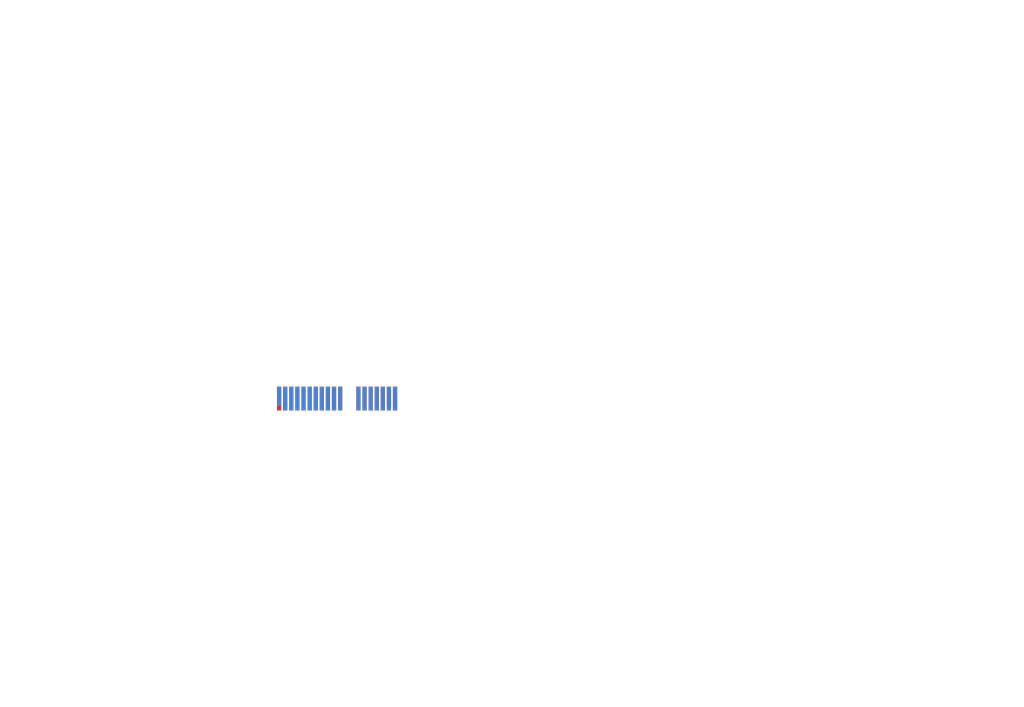
<source format=kicad_pcb>
(kicad_pcb (version 20211014) (generator pcbnew)
  (layers (0 "F.Cu" signal) (31 "B.Cu" signal) (34 "B.Paste" user) (35 "F.Paste" user) (36 "B.SilkS" user "B.Silkscreen") (37 "F.SilkS" user "F.Silkscreen") (38 "B.Mask" user) (39 "F.Mask" user) (44 "Edge.Cuts" user))
  (net 0 "")
  (net 1 "/~{PRSNT}")
  (net 2 "/+12V")
  (net 3 "GND")
  (net 4 "/JTAG_TCK")
  (net 5 "/JTAG_TDI")
  (net 6 "/JTAG_TDO")
  (net 7 "/JTAG_TMS")
  (net 8 "/+3V3")
  (net 9 "/~{PERST}")
  (net 10 "/RefClk_P")
  (net 11 "/RefClk_N")
  (net 12 "/PER0_P")
  (net 13 "/PER0_N")
  (net 14 "/SMCLK")
  (net 15 "/SMDAT")
  (net 17 "/+3V3_aux")
  (net 18 "/~{Wake}")
  (net 19 "/~{CLKREQ}")
  (net 20 "/PET0_P")
  (net 21 "/PET0_N")
  (footprint "Connector_PCIe:PCIe_x1_GoldFinger" (layer "B.Cu") (at 115.35 127.085 180)
    (fp_text reference "P1" hide)
    (fp_text value "PCIe_x1_Goldfinger")
    (pad "A1" smd rect locked (at 11.5 2.355 180) (size 0.7 3.2) (layers "B.Cu" "B.Mask") (net 1 "/~{PRSNT}"))
    (pad "A2" smd rect locked (at 10.5 2 180) (size 0.7 3.91) (layers "B.Cu" "B.Mask") (net 2 "/+12V"))
    (pad "A3" smd rect locked (at 9.5 2 180) (size 0.7 3.91) (layers "B.Cu" "B.Mask") (net 2 "/+12V"))
    (pad "A4" smd rect locked (at 8.5 2 180) (size 0.7 3.91) (layers "B.Cu" "B.Mask") (net 3 "GND"))
    (pad "A5" smd rect locked (at 7.5 2 180) (size 0.7 3.91) (layers "B.Cu" "B.Mask") (net 4 "/JTAG_TCK"))
    (pad "A6" smd rect locked (at 6.5 2 180) (size 0.7 3.91) (layers "B.Cu" "B.Mask") (net 5 "/JTAG_TDI"))
    (pad "A7" smd rect locked (at 5.5 2 180) (size 0.7 3.91) (layers "B.Cu" "B.Mask") (net 6 "/JTAG_TDO"))
    (pad "A8" smd rect locked (at 4.5 2 180) (size 0.7 3.91) (layers "B.Cu" "B.Mask") (net 7 "/JTAG_TMS"))
    (pad "A9" smd rect locked (at 3.5 2 180) (size 0.7 3.91) (layers "B.Cu" "B.Mask") (net 8 "/+3V3"))
    (pad "A10" smd rect locked (at 2.5 2 180) (size 0.7 3.91) (layers "B.Cu" "B.Mask") (net 8 "/+3V3"))
    (pad "A11" smd rect locked (at 1.5 2 180) (size 0.7 3.91) (layers "B.Cu" "B.Mask") (net 9 "/~{PERST}"))
    (pad "A12" smd rect locked (at -1.5 2 180) (size 0.7 3.91) (layers "B.Cu" "B.Mask") (net 3 "GND"))
    (pad "A13" smd rect locked (at -2.5 2 180) (size 0.7 3.91) (layers "B.Cu" "B.Mask") (net 10 "/RefClk_P"))
    (pad "A14" smd rect locked (at -3.5 2 180) (size 0.7 3.91) (layers "B.Cu" "B.Mask") (net 11 "/RefClk_N"))
    (pad "A15" smd rect locked (at -4.5 2 180) (size 0.7 3.91) (layers "B.Cu" "B.Mask") (net 3 "GND"))
    (pad "A16" smd rect locked (at -5.5 2 180) (size 0.7 3.91) (layers "B.Cu" "B.Mask") (net 12 "/PER0_P"))
    (pad "A17" smd rect locked (at -6.5 2 180) (size 0.7 3.91) (layers "B.Cu" "B.Mask") (net 13 "/PER0_N"))
    (pad "A18" smd rect locked (at -7.5 2 180) (size 0.7 3.91) (layers "B.Cu" "B.Mask") (net 3 "GND"))
    (pad "B1" smd rect locked (at 11.5 2 180) (size 0.7 3.91) (layers "F.Cu" "F.Mask") (net 2 "/+12V"))
    (pad "B2" smd rect locked (at 10.5 2 180) (size 0.7 3.91) (layers "F.Cu" "F.Mask") (net 2 "/+12V"))
    (pad "B3" smd rect locked (at 9.5 2 180) (size 0.7 3.91) (layers "F.Cu" "F.Mask") (net 2 "/+12V"))
    (pad "B4" smd rect locked (at 8.5 2 180) (size 0.7 3.91) (layers "F.Cu" "F.Mask") (net 3 "GND"))
    (pad "B5" smd rect locked (at 7.5 2 180) (size 0.7 3.91) (layers "F.Cu" "F.Mask") (net 14 "/SMCLK"))
    (pad "B6" smd rect locked (at 6.5 2 180) (size 0.7 3.91) (layers "F.Cu" "F.Mask") (net 15 "/SMDAT"))
    (pad "B7" smd rect locked (at 5.5 2 180) (size 0.7 3.91) (layers "F.Cu" "F.Mask") (net 3 "GND"))
    (pad "B8" smd rect locked (at 4.5 2 180) (size 0.7 3.91) (layers "F.Cu" "F.Mask") (net 8 "/+3V3"))
    (pad "B9" smd rect locked (at 3.5 2 180) (size 0.7 3.91) (layers "F.Cu" "F.Mask"))
    (pad "B10" smd rect locked (at 2.5 2 180) (size 0.7 3.91) (layers "F.Cu" "F.Mask") (net 17 "/+3V3_aux"))
    (pad "B11" smd rect locked (at 1.5 2 180) (size 0.7 3.91) (layers "F.Cu" "F.Mask") (net 18 "/~{Wake}"))
    (pad "B12" smd rect locked (at -1.5 2 180) (size 0.7 3.91) (layers "F.Cu" "F.Mask") (net 19 "/~{CLKREQ}"))
    (pad "B13" smd rect locked (at -2.5 2 180) (size 0.7 3.91) (layers "F.Cu" "F.Mask") (net 3 "GND"))
    (pad "B14" smd rect locked (at -3.5 2 180) (size 0.7 3.91) (layers "F.Cu" "F.Mask") (net 20 "/PET0_P"))
    (pad "B15" smd rect locked (at -4.5 2 180) (size 0.7 3.91) (layers "F.Cu" "F.Mask") (net 21 "/PET0_N"))
    (pad "B16" smd rect locked (at -5.5 2 180) (size 0.7 3.91) (layers "F.Cu" "F.Mask") (net 3 "GND"))
    (pad "B17" smd rect locked (at -6.5 2.355 180) (size 0.7 3.2) (layers "F.Cu" "F.Mask") (net 1 "/~{PRSNT}"))
    (pad "B18" smd rect locked (at -7.5 2 180) (size 0.7 3.91) (layers "F.Cu" "F.Mask") (net 3 "GND"))
  )
)
</source>
